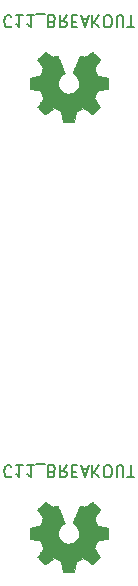
<source format=gbr>
G04 #@! TF.GenerationSoftware,KiCad,Pcbnew,5.1.5+dfsg1-2build2*
G04 #@! TF.CreationDate,2021-02-19T18:32:34-05:00*
G04 #@! TF.ProjectId,,58585858-5858-4585-9858-585858585858,rev?*
G04 #@! TF.SameCoordinates,Original*
G04 #@! TF.FileFunction,Legend,Bot*
G04 #@! TF.FilePolarity,Positive*
%FSLAX46Y46*%
G04 Gerber Fmt 4.6, Leading zero omitted, Abs format (unit mm)*
G04 Created by KiCad (PCBNEW 5.1.5+dfsg1-2build2) date 2021-02-19 18:32:34*
%MOMM*%
%LPD*%
G04 APERTURE LIST*
%ADD10C,0.150000*%
%ADD11C,0.010000*%
G04 APERTURE END LIST*
D10*
X110152466Y-106830857D02*
X110104847Y-106783238D01*
X109961990Y-106735619D01*
X109866752Y-106735619D01*
X109723895Y-106783238D01*
X109628657Y-106878476D01*
X109581038Y-106973714D01*
X109533419Y-107164190D01*
X109533419Y-107307047D01*
X109581038Y-107497523D01*
X109628657Y-107592761D01*
X109723895Y-107688000D01*
X109866752Y-107735619D01*
X109961990Y-107735619D01*
X110104847Y-107688000D01*
X110152466Y-107640380D01*
X111104847Y-106735619D02*
X110533419Y-106735619D01*
X110819133Y-106735619D02*
X110819133Y-107735619D01*
X110723895Y-107592761D01*
X110628657Y-107497523D01*
X110533419Y-107449904D01*
X112057228Y-106735619D02*
X111485800Y-106735619D01*
X111771514Y-106735619D02*
X111771514Y-107735619D01*
X111676276Y-107592761D01*
X111581038Y-107497523D01*
X111485800Y-107449904D01*
X112247704Y-106640380D02*
X113009609Y-106640380D01*
X113581038Y-107259428D02*
X113723895Y-107211809D01*
X113771514Y-107164190D01*
X113819133Y-107068952D01*
X113819133Y-106926095D01*
X113771514Y-106830857D01*
X113723895Y-106783238D01*
X113628657Y-106735619D01*
X113247704Y-106735619D01*
X113247704Y-107735619D01*
X113581038Y-107735619D01*
X113676276Y-107688000D01*
X113723895Y-107640380D01*
X113771514Y-107545142D01*
X113771514Y-107449904D01*
X113723895Y-107354666D01*
X113676276Y-107307047D01*
X113581038Y-107259428D01*
X113247704Y-107259428D01*
X114819133Y-106735619D02*
X114485800Y-107211809D01*
X114247704Y-106735619D02*
X114247704Y-107735619D01*
X114628657Y-107735619D01*
X114723895Y-107688000D01*
X114771514Y-107640380D01*
X114819133Y-107545142D01*
X114819133Y-107402285D01*
X114771514Y-107307047D01*
X114723895Y-107259428D01*
X114628657Y-107211809D01*
X114247704Y-107211809D01*
X115247704Y-107259428D02*
X115581038Y-107259428D01*
X115723895Y-106735619D02*
X115247704Y-106735619D01*
X115247704Y-107735619D01*
X115723895Y-107735619D01*
X116104847Y-107021333D02*
X116581038Y-107021333D01*
X116009609Y-106735619D02*
X116342942Y-107735619D01*
X116676276Y-106735619D01*
X117009609Y-106735619D02*
X117009609Y-107735619D01*
X117581038Y-106735619D02*
X117152466Y-107307047D01*
X117581038Y-107735619D02*
X117009609Y-107164190D01*
X118200085Y-107735619D02*
X118390561Y-107735619D01*
X118485800Y-107688000D01*
X118581038Y-107592761D01*
X118628657Y-107402285D01*
X118628657Y-107068952D01*
X118581038Y-106878476D01*
X118485800Y-106783238D01*
X118390561Y-106735619D01*
X118200085Y-106735619D01*
X118104847Y-106783238D01*
X118009609Y-106878476D01*
X117961990Y-107068952D01*
X117961990Y-107402285D01*
X118009609Y-107592761D01*
X118104847Y-107688000D01*
X118200085Y-107735619D01*
X119057228Y-107735619D02*
X119057228Y-106926095D01*
X119104847Y-106830857D01*
X119152466Y-106783238D01*
X119247704Y-106735619D01*
X119438180Y-106735619D01*
X119533419Y-106783238D01*
X119581038Y-106830857D01*
X119628657Y-106926095D01*
X119628657Y-107735619D01*
X119961990Y-107735619D02*
X120533419Y-107735619D01*
X120247704Y-106735619D02*
X120247704Y-107735619D01*
X110152466Y-68730857D02*
X110104847Y-68683238D01*
X109961990Y-68635619D01*
X109866752Y-68635619D01*
X109723895Y-68683238D01*
X109628657Y-68778476D01*
X109581038Y-68873714D01*
X109533419Y-69064190D01*
X109533419Y-69207047D01*
X109581038Y-69397523D01*
X109628657Y-69492761D01*
X109723895Y-69588000D01*
X109866752Y-69635619D01*
X109961990Y-69635619D01*
X110104847Y-69588000D01*
X110152466Y-69540380D01*
X111104847Y-68635619D02*
X110533419Y-68635619D01*
X110819133Y-68635619D02*
X110819133Y-69635619D01*
X110723895Y-69492761D01*
X110628657Y-69397523D01*
X110533419Y-69349904D01*
X112057228Y-68635619D02*
X111485800Y-68635619D01*
X111771514Y-68635619D02*
X111771514Y-69635619D01*
X111676276Y-69492761D01*
X111581038Y-69397523D01*
X111485800Y-69349904D01*
X112247704Y-68540380D02*
X113009609Y-68540380D01*
X113581038Y-69159428D02*
X113723895Y-69111809D01*
X113771514Y-69064190D01*
X113819133Y-68968952D01*
X113819133Y-68826095D01*
X113771514Y-68730857D01*
X113723895Y-68683238D01*
X113628657Y-68635619D01*
X113247704Y-68635619D01*
X113247704Y-69635619D01*
X113581038Y-69635619D01*
X113676276Y-69588000D01*
X113723895Y-69540380D01*
X113771514Y-69445142D01*
X113771514Y-69349904D01*
X113723895Y-69254666D01*
X113676276Y-69207047D01*
X113581038Y-69159428D01*
X113247704Y-69159428D01*
X114819133Y-68635619D02*
X114485800Y-69111809D01*
X114247704Y-68635619D02*
X114247704Y-69635619D01*
X114628657Y-69635619D01*
X114723895Y-69588000D01*
X114771514Y-69540380D01*
X114819133Y-69445142D01*
X114819133Y-69302285D01*
X114771514Y-69207047D01*
X114723895Y-69159428D01*
X114628657Y-69111809D01*
X114247704Y-69111809D01*
X115247704Y-69159428D02*
X115581038Y-69159428D01*
X115723895Y-68635619D02*
X115247704Y-68635619D01*
X115247704Y-69635619D01*
X115723895Y-69635619D01*
X116104847Y-68921333D02*
X116581038Y-68921333D01*
X116009609Y-68635619D02*
X116342942Y-69635619D01*
X116676276Y-68635619D01*
X117009609Y-68635619D02*
X117009609Y-69635619D01*
X117581038Y-68635619D02*
X117152466Y-69207047D01*
X117581038Y-69635619D02*
X117009609Y-69064190D01*
X118200085Y-69635619D02*
X118390561Y-69635619D01*
X118485800Y-69588000D01*
X118581038Y-69492761D01*
X118628657Y-69302285D01*
X118628657Y-68968952D01*
X118581038Y-68778476D01*
X118485800Y-68683238D01*
X118390561Y-68635619D01*
X118200085Y-68635619D01*
X118104847Y-68683238D01*
X118009609Y-68778476D01*
X117961990Y-68968952D01*
X117961990Y-69302285D01*
X118009609Y-69492761D01*
X118104847Y-69588000D01*
X118200085Y-69635619D01*
X119057228Y-69635619D02*
X119057228Y-68826095D01*
X119104847Y-68730857D01*
X119152466Y-68683238D01*
X119247704Y-68635619D01*
X119438180Y-68635619D01*
X119533419Y-68683238D01*
X119581038Y-68730857D01*
X119628657Y-68826095D01*
X119628657Y-69635619D01*
X119961990Y-69635619D02*
X120533419Y-69635619D01*
X120247704Y-68635619D02*
X120247704Y-69635619D01*
D11*
G36*
X115541614Y-115307069D02*
G01*
X115625435Y-114862445D01*
X115934720Y-114734947D01*
X116244006Y-114607449D01*
X116615046Y-114859754D01*
X116718957Y-114930004D01*
X116812887Y-114992728D01*
X116892452Y-115045062D01*
X116953270Y-115084143D01*
X116990957Y-115107107D01*
X117001221Y-115112058D01*
X117019710Y-115099324D01*
X117059220Y-115064118D01*
X117115322Y-115010938D01*
X117183587Y-114944282D01*
X117259586Y-114868646D01*
X117338892Y-114788528D01*
X117417075Y-114708426D01*
X117489707Y-114632836D01*
X117552359Y-114566255D01*
X117600603Y-114513182D01*
X117630010Y-114478113D01*
X117637041Y-114466377D01*
X117626923Y-114444740D01*
X117598559Y-114397338D01*
X117554929Y-114328807D01*
X117499018Y-114243785D01*
X117433806Y-114146907D01*
X117396019Y-114091650D01*
X117327143Y-113990752D01*
X117265940Y-113899701D01*
X117215378Y-113823030D01*
X117178428Y-113765272D01*
X117158058Y-113730957D01*
X117154997Y-113723746D01*
X117161936Y-113703252D01*
X117180851Y-113655487D01*
X117208887Y-113587168D01*
X117243191Y-113505011D01*
X117280909Y-113415730D01*
X117319187Y-113326042D01*
X117355170Y-113242662D01*
X117386006Y-113172306D01*
X117408839Y-113121690D01*
X117420817Y-113097529D01*
X117421524Y-113096578D01*
X117440331Y-113091964D01*
X117490418Y-113081672D01*
X117566593Y-113066713D01*
X117663665Y-113048099D01*
X117776443Y-113026841D01*
X117842242Y-113014582D01*
X117962750Y-112991638D01*
X118071597Y-112969805D01*
X118163276Y-112950278D01*
X118232281Y-112934252D01*
X118273104Y-112922921D01*
X118281311Y-112919326D01*
X118289348Y-112894994D01*
X118295833Y-112840041D01*
X118300770Y-112760892D01*
X118304164Y-112663974D01*
X118306018Y-112555713D01*
X118306338Y-112442535D01*
X118305127Y-112330865D01*
X118302390Y-112227132D01*
X118298131Y-112137759D01*
X118292355Y-112069174D01*
X118285067Y-112027803D01*
X118280695Y-112019190D01*
X118254564Y-112008867D01*
X118199193Y-111994108D01*
X118121907Y-111976648D01*
X118030030Y-111958220D01*
X117997958Y-111952259D01*
X117843324Y-111923934D01*
X117721175Y-111901124D01*
X117627473Y-111882920D01*
X117558184Y-111868417D01*
X117509271Y-111856708D01*
X117476697Y-111846885D01*
X117456428Y-111838044D01*
X117444426Y-111829276D01*
X117442747Y-111827543D01*
X117425984Y-111799629D01*
X117400414Y-111745305D01*
X117368588Y-111671223D01*
X117333060Y-111584035D01*
X117296383Y-111490392D01*
X117261111Y-111396948D01*
X117229796Y-111310353D01*
X117204993Y-111237260D01*
X117189254Y-111184322D01*
X117185132Y-111158189D01*
X117185476Y-111157274D01*
X117199441Y-111135914D01*
X117231122Y-111088916D01*
X117277191Y-111021173D01*
X117334318Y-110937577D01*
X117399173Y-110843018D01*
X117417643Y-110816146D01*
X117483499Y-110718725D01*
X117541450Y-110629837D01*
X117588338Y-110554588D01*
X117621007Y-110498080D01*
X117636300Y-110465419D01*
X117637041Y-110461407D01*
X117624192Y-110440316D01*
X117588688Y-110398536D01*
X117535093Y-110340555D01*
X117467971Y-110270865D01*
X117391887Y-110193955D01*
X117311404Y-110114317D01*
X117231087Y-110036439D01*
X117155499Y-109964814D01*
X117089205Y-109903930D01*
X117036769Y-109858279D01*
X117002755Y-109832350D01*
X116993345Y-109828117D01*
X116971443Y-109838088D01*
X116926600Y-109864980D01*
X116866121Y-109904264D01*
X116819589Y-109935883D01*
X116735275Y-109993902D01*
X116635426Y-110062216D01*
X116535273Y-110130421D01*
X116481427Y-110166925D01*
X116299171Y-110290200D01*
X116146181Y-110207480D01*
X116076482Y-110171241D01*
X116017214Y-110143074D01*
X115977111Y-110127009D01*
X115966903Y-110124774D01*
X115954629Y-110141278D01*
X115930413Y-110187918D01*
X115896063Y-110260391D01*
X115853388Y-110354394D01*
X115804194Y-110465626D01*
X115750290Y-110589785D01*
X115693484Y-110722568D01*
X115635582Y-110859673D01*
X115578393Y-110996798D01*
X115523724Y-111129642D01*
X115473384Y-111253902D01*
X115429180Y-111365275D01*
X115392919Y-111459461D01*
X115366409Y-111532156D01*
X115351458Y-111579059D01*
X115349054Y-111595167D01*
X115368111Y-111615714D01*
X115409836Y-111649067D01*
X115465506Y-111688298D01*
X115470178Y-111691401D01*
X115614064Y-111806577D01*
X115730083Y-111940947D01*
X115817230Y-112090216D01*
X115874499Y-112250087D01*
X115900886Y-112416263D01*
X115895385Y-112584448D01*
X115856990Y-112750345D01*
X115784695Y-112909658D01*
X115763426Y-112944513D01*
X115652796Y-113085263D01*
X115522102Y-113198286D01*
X115375864Y-113282997D01*
X115218608Y-113338806D01*
X115054857Y-113365126D01*
X114889133Y-113361370D01*
X114725962Y-113326950D01*
X114569865Y-113261277D01*
X114425367Y-113163765D01*
X114380669Y-113124187D01*
X114266912Y-113000297D01*
X114184018Y-112869876D01*
X114127156Y-112723685D01*
X114095487Y-112578912D01*
X114087669Y-112416140D01*
X114113738Y-112252560D01*
X114171045Y-112093702D01*
X114256944Y-111945094D01*
X114368786Y-111812265D01*
X114503923Y-111700744D01*
X114521683Y-111688989D01*
X114577950Y-111650492D01*
X114620723Y-111617137D01*
X114641172Y-111595840D01*
X114641469Y-111595167D01*
X114637079Y-111572129D01*
X114619676Y-111519843D01*
X114591068Y-111442610D01*
X114553065Y-111344732D01*
X114507474Y-111230509D01*
X114456103Y-111104242D01*
X114400762Y-110970233D01*
X114343258Y-110832782D01*
X114285401Y-110696192D01*
X114228998Y-110564763D01*
X114175858Y-110442795D01*
X114127790Y-110334591D01*
X114086601Y-110244451D01*
X114054101Y-110176677D01*
X114032097Y-110135570D01*
X114023236Y-110124774D01*
X113996160Y-110133181D01*
X113945497Y-110155728D01*
X113879983Y-110188387D01*
X113843959Y-110207480D01*
X113690968Y-110290200D01*
X113508712Y-110166925D01*
X113415675Y-110103772D01*
X113313815Y-110034273D01*
X113218362Y-109968835D01*
X113170550Y-109935883D01*
X113103305Y-109890727D01*
X113046364Y-109854943D01*
X113007154Y-109833062D01*
X112994419Y-109828437D01*
X112975883Y-109840915D01*
X112934859Y-109875748D01*
X112875325Y-109929322D01*
X112801258Y-109998017D01*
X112716635Y-110078219D01*
X112663115Y-110129714D01*
X112569481Y-110221714D01*
X112488559Y-110304001D01*
X112423623Y-110373055D01*
X112377942Y-110425356D01*
X112354789Y-110457384D01*
X112352568Y-110463884D01*
X112362876Y-110488606D01*
X112391361Y-110538595D01*
X112434863Y-110608788D01*
X112490223Y-110694125D01*
X112554280Y-110789544D01*
X112572497Y-110816146D01*
X112638873Y-110912833D01*
X112698422Y-110999883D01*
X112747816Y-111072405D01*
X112783725Y-111125507D01*
X112802819Y-111154297D01*
X112804664Y-111157274D01*
X112801905Y-111180218D01*
X112787262Y-111230664D01*
X112763287Y-111301959D01*
X112732534Y-111387453D01*
X112697556Y-111480493D01*
X112660907Y-111574426D01*
X112625139Y-111662601D01*
X112592806Y-111738366D01*
X112566462Y-111795069D01*
X112548658Y-111826057D01*
X112547393Y-111827543D01*
X112536506Y-111836399D01*
X112518118Y-111845157D01*
X112488194Y-111854723D01*
X112442697Y-111866004D01*
X112377591Y-111879907D01*
X112288839Y-111897337D01*
X112172407Y-111919202D01*
X112024258Y-111946409D01*
X111992182Y-111952259D01*
X111897114Y-111970626D01*
X111814235Y-111988595D01*
X111750870Y-112004431D01*
X111714342Y-112016400D01*
X111709444Y-112019190D01*
X111701373Y-112043928D01*
X111694813Y-112099210D01*
X111689767Y-112178611D01*
X111686241Y-112275704D01*
X111684239Y-112384062D01*
X111683764Y-112497260D01*
X111684823Y-112608872D01*
X111687418Y-112712471D01*
X111691554Y-112801632D01*
X111697237Y-112869928D01*
X111704469Y-112910934D01*
X111708829Y-112919326D01*
X111733102Y-112927792D01*
X111788374Y-112941565D01*
X111869138Y-112959450D01*
X111969888Y-112980252D01*
X112085117Y-113002777D01*
X112147898Y-113014582D01*
X112267013Y-113036849D01*
X112373235Y-113057021D01*
X112461373Y-113074085D01*
X112526234Y-113087031D01*
X112562626Y-113094845D01*
X112568616Y-113096578D01*
X112578739Y-113116110D01*
X112600138Y-113163157D01*
X112629961Y-113230997D01*
X112665355Y-113312909D01*
X112703468Y-113402172D01*
X112741447Y-113492065D01*
X112776440Y-113575865D01*
X112805594Y-113646853D01*
X112826057Y-113698306D01*
X112834977Y-113723503D01*
X112835143Y-113724604D01*
X112825031Y-113744481D01*
X112796683Y-113790223D01*
X112753077Y-113857283D01*
X112697194Y-113941116D01*
X112632013Y-114037174D01*
X112594121Y-114092350D01*
X112525075Y-114193519D01*
X112463750Y-114285370D01*
X112413137Y-114363256D01*
X112376229Y-114422531D01*
X112356018Y-114458549D01*
X112353099Y-114466623D01*
X112365647Y-114485416D01*
X112400337Y-114525543D01*
X112452737Y-114582507D01*
X112518416Y-114651815D01*
X112592944Y-114728969D01*
X112671887Y-114809475D01*
X112750817Y-114888837D01*
X112825300Y-114962560D01*
X112890906Y-115026148D01*
X112943204Y-115075106D01*
X112977761Y-115104939D01*
X112989322Y-115112058D01*
X113008146Y-115102047D01*
X113053169Y-115073922D01*
X113120013Y-115030546D01*
X113204301Y-114974782D01*
X113301656Y-114909494D01*
X113375093Y-114859754D01*
X113746133Y-114607449D01*
X114364705Y-114862445D01*
X114448525Y-115307069D01*
X114532346Y-115751693D01*
X115457794Y-115751693D01*
X115541614Y-115307069D01*
G37*
X115541614Y-115307069D02*
X115625435Y-114862445D01*
X115934720Y-114734947D01*
X116244006Y-114607449D01*
X116615046Y-114859754D01*
X116718957Y-114930004D01*
X116812887Y-114992728D01*
X116892452Y-115045062D01*
X116953270Y-115084143D01*
X116990957Y-115107107D01*
X117001221Y-115112058D01*
X117019710Y-115099324D01*
X117059220Y-115064118D01*
X117115322Y-115010938D01*
X117183587Y-114944282D01*
X117259586Y-114868646D01*
X117338892Y-114788528D01*
X117417075Y-114708426D01*
X117489707Y-114632836D01*
X117552359Y-114566255D01*
X117600603Y-114513182D01*
X117630010Y-114478113D01*
X117637041Y-114466377D01*
X117626923Y-114444740D01*
X117598559Y-114397338D01*
X117554929Y-114328807D01*
X117499018Y-114243785D01*
X117433806Y-114146907D01*
X117396019Y-114091650D01*
X117327143Y-113990752D01*
X117265940Y-113899701D01*
X117215378Y-113823030D01*
X117178428Y-113765272D01*
X117158058Y-113730957D01*
X117154997Y-113723746D01*
X117161936Y-113703252D01*
X117180851Y-113655487D01*
X117208887Y-113587168D01*
X117243191Y-113505011D01*
X117280909Y-113415730D01*
X117319187Y-113326042D01*
X117355170Y-113242662D01*
X117386006Y-113172306D01*
X117408839Y-113121690D01*
X117420817Y-113097529D01*
X117421524Y-113096578D01*
X117440331Y-113091964D01*
X117490418Y-113081672D01*
X117566593Y-113066713D01*
X117663665Y-113048099D01*
X117776443Y-113026841D01*
X117842242Y-113014582D01*
X117962750Y-112991638D01*
X118071597Y-112969805D01*
X118163276Y-112950278D01*
X118232281Y-112934252D01*
X118273104Y-112922921D01*
X118281311Y-112919326D01*
X118289348Y-112894994D01*
X118295833Y-112840041D01*
X118300770Y-112760892D01*
X118304164Y-112663974D01*
X118306018Y-112555713D01*
X118306338Y-112442535D01*
X118305127Y-112330865D01*
X118302390Y-112227132D01*
X118298131Y-112137759D01*
X118292355Y-112069174D01*
X118285067Y-112027803D01*
X118280695Y-112019190D01*
X118254564Y-112008867D01*
X118199193Y-111994108D01*
X118121907Y-111976648D01*
X118030030Y-111958220D01*
X117997958Y-111952259D01*
X117843324Y-111923934D01*
X117721175Y-111901124D01*
X117627473Y-111882920D01*
X117558184Y-111868417D01*
X117509271Y-111856708D01*
X117476697Y-111846885D01*
X117456428Y-111838044D01*
X117444426Y-111829276D01*
X117442747Y-111827543D01*
X117425984Y-111799629D01*
X117400414Y-111745305D01*
X117368588Y-111671223D01*
X117333060Y-111584035D01*
X117296383Y-111490392D01*
X117261111Y-111396948D01*
X117229796Y-111310353D01*
X117204993Y-111237260D01*
X117189254Y-111184322D01*
X117185132Y-111158189D01*
X117185476Y-111157274D01*
X117199441Y-111135914D01*
X117231122Y-111088916D01*
X117277191Y-111021173D01*
X117334318Y-110937577D01*
X117399173Y-110843018D01*
X117417643Y-110816146D01*
X117483499Y-110718725D01*
X117541450Y-110629837D01*
X117588338Y-110554588D01*
X117621007Y-110498080D01*
X117636300Y-110465419D01*
X117637041Y-110461407D01*
X117624192Y-110440316D01*
X117588688Y-110398536D01*
X117535093Y-110340555D01*
X117467971Y-110270865D01*
X117391887Y-110193955D01*
X117311404Y-110114317D01*
X117231087Y-110036439D01*
X117155499Y-109964814D01*
X117089205Y-109903930D01*
X117036769Y-109858279D01*
X117002755Y-109832350D01*
X116993345Y-109828117D01*
X116971443Y-109838088D01*
X116926600Y-109864980D01*
X116866121Y-109904264D01*
X116819589Y-109935883D01*
X116735275Y-109993902D01*
X116635426Y-110062216D01*
X116535273Y-110130421D01*
X116481427Y-110166925D01*
X116299171Y-110290200D01*
X116146181Y-110207480D01*
X116076482Y-110171241D01*
X116017214Y-110143074D01*
X115977111Y-110127009D01*
X115966903Y-110124774D01*
X115954629Y-110141278D01*
X115930413Y-110187918D01*
X115896063Y-110260391D01*
X115853388Y-110354394D01*
X115804194Y-110465626D01*
X115750290Y-110589785D01*
X115693484Y-110722568D01*
X115635582Y-110859673D01*
X115578393Y-110996798D01*
X115523724Y-111129642D01*
X115473384Y-111253902D01*
X115429180Y-111365275D01*
X115392919Y-111459461D01*
X115366409Y-111532156D01*
X115351458Y-111579059D01*
X115349054Y-111595167D01*
X115368111Y-111615714D01*
X115409836Y-111649067D01*
X115465506Y-111688298D01*
X115470178Y-111691401D01*
X115614064Y-111806577D01*
X115730083Y-111940947D01*
X115817230Y-112090216D01*
X115874499Y-112250087D01*
X115900886Y-112416263D01*
X115895385Y-112584448D01*
X115856990Y-112750345D01*
X115784695Y-112909658D01*
X115763426Y-112944513D01*
X115652796Y-113085263D01*
X115522102Y-113198286D01*
X115375864Y-113282997D01*
X115218608Y-113338806D01*
X115054857Y-113365126D01*
X114889133Y-113361370D01*
X114725962Y-113326950D01*
X114569865Y-113261277D01*
X114425367Y-113163765D01*
X114380669Y-113124187D01*
X114266912Y-113000297D01*
X114184018Y-112869876D01*
X114127156Y-112723685D01*
X114095487Y-112578912D01*
X114087669Y-112416140D01*
X114113738Y-112252560D01*
X114171045Y-112093702D01*
X114256944Y-111945094D01*
X114368786Y-111812265D01*
X114503923Y-111700744D01*
X114521683Y-111688989D01*
X114577950Y-111650492D01*
X114620723Y-111617137D01*
X114641172Y-111595840D01*
X114641469Y-111595167D01*
X114637079Y-111572129D01*
X114619676Y-111519843D01*
X114591068Y-111442610D01*
X114553065Y-111344732D01*
X114507474Y-111230509D01*
X114456103Y-111104242D01*
X114400762Y-110970233D01*
X114343258Y-110832782D01*
X114285401Y-110696192D01*
X114228998Y-110564763D01*
X114175858Y-110442795D01*
X114127790Y-110334591D01*
X114086601Y-110244451D01*
X114054101Y-110176677D01*
X114032097Y-110135570D01*
X114023236Y-110124774D01*
X113996160Y-110133181D01*
X113945497Y-110155728D01*
X113879983Y-110188387D01*
X113843959Y-110207480D01*
X113690968Y-110290200D01*
X113508712Y-110166925D01*
X113415675Y-110103772D01*
X113313815Y-110034273D01*
X113218362Y-109968835D01*
X113170550Y-109935883D01*
X113103305Y-109890727D01*
X113046364Y-109854943D01*
X113007154Y-109833062D01*
X112994419Y-109828437D01*
X112975883Y-109840915D01*
X112934859Y-109875748D01*
X112875325Y-109929322D01*
X112801258Y-109998017D01*
X112716635Y-110078219D01*
X112663115Y-110129714D01*
X112569481Y-110221714D01*
X112488559Y-110304001D01*
X112423623Y-110373055D01*
X112377942Y-110425356D01*
X112354789Y-110457384D01*
X112352568Y-110463884D01*
X112362876Y-110488606D01*
X112391361Y-110538595D01*
X112434863Y-110608788D01*
X112490223Y-110694125D01*
X112554280Y-110789544D01*
X112572497Y-110816146D01*
X112638873Y-110912833D01*
X112698422Y-110999883D01*
X112747816Y-111072405D01*
X112783725Y-111125507D01*
X112802819Y-111154297D01*
X112804664Y-111157274D01*
X112801905Y-111180218D01*
X112787262Y-111230664D01*
X112763287Y-111301959D01*
X112732534Y-111387453D01*
X112697556Y-111480493D01*
X112660907Y-111574426D01*
X112625139Y-111662601D01*
X112592806Y-111738366D01*
X112566462Y-111795069D01*
X112548658Y-111826057D01*
X112547393Y-111827543D01*
X112536506Y-111836399D01*
X112518118Y-111845157D01*
X112488194Y-111854723D01*
X112442697Y-111866004D01*
X112377591Y-111879907D01*
X112288839Y-111897337D01*
X112172407Y-111919202D01*
X112024258Y-111946409D01*
X111992182Y-111952259D01*
X111897114Y-111970626D01*
X111814235Y-111988595D01*
X111750870Y-112004431D01*
X111714342Y-112016400D01*
X111709444Y-112019190D01*
X111701373Y-112043928D01*
X111694813Y-112099210D01*
X111689767Y-112178611D01*
X111686241Y-112275704D01*
X111684239Y-112384062D01*
X111683764Y-112497260D01*
X111684823Y-112608872D01*
X111687418Y-112712471D01*
X111691554Y-112801632D01*
X111697237Y-112869928D01*
X111704469Y-112910934D01*
X111708829Y-112919326D01*
X111733102Y-112927792D01*
X111788374Y-112941565D01*
X111869138Y-112959450D01*
X111969888Y-112980252D01*
X112085117Y-113002777D01*
X112147898Y-113014582D01*
X112267013Y-113036849D01*
X112373235Y-113057021D01*
X112461373Y-113074085D01*
X112526234Y-113087031D01*
X112562626Y-113094845D01*
X112568616Y-113096578D01*
X112578739Y-113116110D01*
X112600138Y-113163157D01*
X112629961Y-113230997D01*
X112665355Y-113312909D01*
X112703468Y-113402172D01*
X112741447Y-113492065D01*
X112776440Y-113575865D01*
X112805594Y-113646853D01*
X112826057Y-113698306D01*
X112834977Y-113723503D01*
X112835143Y-113724604D01*
X112825031Y-113744481D01*
X112796683Y-113790223D01*
X112753077Y-113857283D01*
X112697194Y-113941116D01*
X112632013Y-114037174D01*
X112594121Y-114092350D01*
X112525075Y-114193519D01*
X112463750Y-114285370D01*
X112413137Y-114363256D01*
X112376229Y-114422531D01*
X112356018Y-114458549D01*
X112353099Y-114466623D01*
X112365647Y-114485416D01*
X112400337Y-114525543D01*
X112452737Y-114582507D01*
X112518416Y-114651815D01*
X112592944Y-114728969D01*
X112671887Y-114809475D01*
X112750817Y-114888837D01*
X112825300Y-114962560D01*
X112890906Y-115026148D01*
X112943204Y-115075106D01*
X112977761Y-115104939D01*
X112989322Y-115112058D01*
X113008146Y-115102047D01*
X113053169Y-115073922D01*
X113120013Y-115030546D01*
X113204301Y-114974782D01*
X113301656Y-114909494D01*
X113375093Y-114859754D01*
X113746133Y-114607449D01*
X114364705Y-114862445D01*
X114448525Y-115307069D01*
X114532346Y-115751693D01*
X115457794Y-115751693D01*
X115541614Y-115307069D01*
G36*
X115541614Y-77207069D02*
G01*
X115625435Y-76762445D01*
X115934720Y-76634947D01*
X116244006Y-76507449D01*
X116615046Y-76759754D01*
X116718957Y-76830004D01*
X116812887Y-76892728D01*
X116892452Y-76945062D01*
X116953270Y-76984143D01*
X116990957Y-77007107D01*
X117001221Y-77012058D01*
X117019710Y-76999324D01*
X117059220Y-76964118D01*
X117115322Y-76910938D01*
X117183587Y-76844282D01*
X117259586Y-76768646D01*
X117338892Y-76688528D01*
X117417075Y-76608426D01*
X117489707Y-76532836D01*
X117552359Y-76466255D01*
X117600603Y-76413182D01*
X117630010Y-76378113D01*
X117637041Y-76366377D01*
X117626923Y-76344740D01*
X117598559Y-76297338D01*
X117554929Y-76228807D01*
X117499018Y-76143785D01*
X117433806Y-76046907D01*
X117396019Y-75991650D01*
X117327143Y-75890752D01*
X117265940Y-75799701D01*
X117215378Y-75723030D01*
X117178428Y-75665272D01*
X117158058Y-75630957D01*
X117154997Y-75623746D01*
X117161936Y-75603252D01*
X117180851Y-75555487D01*
X117208887Y-75487168D01*
X117243191Y-75405011D01*
X117280909Y-75315730D01*
X117319187Y-75226042D01*
X117355170Y-75142662D01*
X117386006Y-75072306D01*
X117408839Y-75021690D01*
X117420817Y-74997529D01*
X117421524Y-74996578D01*
X117440331Y-74991964D01*
X117490418Y-74981672D01*
X117566593Y-74966713D01*
X117663665Y-74948099D01*
X117776443Y-74926841D01*
X117842242Y-74914582D01*
X117962750Y-74891638D01*
X118071597Y-74869805D01*
X118163276Y-74850278D01*
X118232281Y-74834252D01*
X118273104Y-74822921D01*
X118281311Y-74819326D01*
X118289348Y-74794994D01*
X118295833Y-74740041D01*
X118300770Y-74660892D01*
X118304164Y-74563974D01*
X118306018Y-74455713D01*
X118306338Y-74342535D01*
X118305127Y-74230865D01*
X118302390Y-74127132D01*
X118298131Y-74037759D01*
X118292355Y-73969174D01*
X118285067Y-73927803D01*
X118280695Y-73919190D01*
X118254564Y-73908867D01*
X118199193Y-73894108D01*
X118121907Y-73876648D01*
X118030030Y-73858220D01*
X117997958Y-73852259D01*
X117843324Y-73823934D01*
X117721175Y-73801124D01*
X117627473Y-73782920D01*
X117558184Y-73768417D01*
X117509271Y-73756708D01*
X117476697Y-73746885D01*
X117456428Y-73738044D01*
X117444426Y-73729276D01*
X117442747Y-73727543D01*
X117425984Y-73699629D01*
X117400414Y-73645305D01*
X117368588Y-73571223D01*
X117333060Y-73484035D01*
X117296383Y-73390392D01*
X117261111Y-73296948D01*
X117229796Y-73210353D01*
X117204993Y-73137260D01*
X117189254Y-73084322D01*
X117185132Y-73058189D01*
X117185476Y-73057274D01*
X117199441Y-73035914D01*
X117231122Y-72988916D01*
X117277191Y-72921173D01*
X117334318Y-72837577D01*
X117399173Y-72743018D01*
X117417643Y-72716146D01*
X117483499Y-72618725D01*
X117541450Y-72529837D01*
X117588338Y-72454588D01*
X117621007Y-72398080D01*
X117636300Y-72365419D01*
X117637041Y-72361407D01*
X117624192Y-72340316D01*
X117588688Y-72298536D01*
X117535093Y-72240555D01*
X117467971Y-72170865D01*
X117391887Y-72093955D01*
X117311404Y-72014317D01*
X117231087Y-71936439D01*
X117155499Y-71864814D01*
X117089205Y-71803930D01*
X117036769Y-71758279D01*
X117002755Y-71732350D01*
X116993345Y-71728117D01*
X116971443Y-71738088D01*
X116926600Y-71764980D01*
X116866121Y-71804264D01*
X116819589Y-71835883D01*
X116735275Y-71893902D01*
X116635426Y-71962216D01*
X116535273Y-72030421D01*
X116481427Y-72066925D01*
X116299171Y-72190200D01*
X116146181Y-72107480D01*
X116076482Y-72071241D01*
X116017214Y-72043074D01*
X115977111Y-72027009D01*
X115966903Y-72024774D01*
X115954629Y-72041278D01*
X115930413Y-72087918D01*
X115896063Y-72160391D01*
X115853388Y-72254394D01*
X115804194Y-72365626D01*
X115750290Y-72489785D01*
X115693484Y-72622568D01*
X115635582Y-72759673D01*
X115578393Y-72896798D01*
X115523724Y-73029642D01*
X115473384Y-73153902D01*
X115429180Y-73265275D01*
X115392919Y-73359461D01*
X115366409Y-73432156D01*
X115351458Y-73479059D01*
X115349054Y-73495167D01*
X115368111Y-73515714D01*
X115409836Y-73549067D01*
X115465506Y-73588298D01*
X115470178Y-73591401D01*
X115614064Y-73706577D01*
X115730083Y-73840947D01*
X115817230Y-73990216D01*
X115874499Y-74150087D01*
X115900886Y-74316263D01*
X115895385Y-74484448D01*
X115856990Y-74650345D01*
X115784695Y-74809658D01*
X115763426Y-74844513D01*
X115652796Y-74985263D01*
X115522102Y-75098286D01*
X115375864Y-75182997D01*
X115218608Y-75238806D01*
X115054857Y-75265126D01*
X114889133Y-75261370D01*
X114725962Y-75226950D01*
X114569865Y-75161277D01*
X114425367Y-75063765D01*
X114380669Y-75024187D01*
X114266912Y-74900297D01*
X114184018Y-74769876D01*
X114127156Y-74623685D01*
X114095487Y-74478912D01*
X114087669Y-74316140D01*
X114113738Y-74152560D01*
X114171045Y-73993702D01*
X114256944Y-73845094D01*
X114368786Y-73712265D01*
X114503923Y-73600744D01*
X114521683Y-73588989D01*
X114577950Y-73550492D01*
X114620723Y-73517137D01*
X114641172Y-73495840D01*
X114641469Y-73495167D01*
X114637079Y-73472129D01*
X114619676Y-73419843D01*
X114591068Y-73342610D01*
X114553065Y-73244732D01*
X114507474Y-73130509D01*
X114456103Y-73004242D01*
X114400762Y-72870233D01*
X114343258Y-72732782D01*
X114285401Y-72596192D01*
X114228998Y-72464763D01*
X114175858Y-72342795D01*
X114127790Y-72234591D01*
X114086601Y-72144451D01*
X114054101Y-72076677D01*
X114032097Y-72035570D01*
X114023236Y-72024774D01*
X113996160Y-72033181D01*
X113945497Y-72055728D01*
X113879983Y-72088387D01*
X113843959Y-72107480D01*
X113690968Y-72190200D01*
X113508712Y-72066925D01*
X113415675Y-72003772D01*
X113313815Y-71934273D01*
X113218362Y-71868835D01*
X113170550Y-71835883D01*
X113103305Y-71790727D01*
X113046364Y-71754943D01*
X113007154Y-71733062D01*
X112994419Y-71728437D01*
X112975883Y-71740915D01*
X112934859Y-71775748D01*
X112875325Y-71829322D01*
X112801258Y-71898017D01*
X112716635Y-71978219D01*
X112663115Y-72029714D01*
X112569481Y-72121714D01*
X112488559Y-72204001D01*
X112423623Y-72273055D01*
X112377942Y-72325356D01*
X112354789Y-72357384D01*
X112352568Y-72363884D01*
X112362876Y-72388606D01*
X112391361Y-72438595D01*
X112434863Y-72508788D01*
X112490223Y-72594125D01*
X112554280Y-72689544D01*
X112572497Y-72716146D01*
X112638873Y-72812833D01*
X112698422Y-72899883D01*
X112747816Y-72972405D01*
X112783725Y-73025507D01*
X112802819Y-73054297D01*
X112804664Y-73057274D01*
X112801905Y-73080218D01*
X112787262Y-73130664D01*
X112763287Y-73201959D01*
X112732534Y-73287453D01*
X112697556Y-73380493D01*
X112660907Y-73474426D01*
X112625139Y-73562601D01*
X112592806Y-73638366D01*
X112566462Y-73695069D01*
X112548658Y-73726057D01*
X112547393Y-73727543D01*
X112536506Y-73736399D01*
X112518118Y-73745157D01*
X112488194Y-73754723D01*
X112442697Y-73766004D01*
X112377591Y-73779907D01*
X112288839Y-73797337D01*
X112172407Y-73819202D01*
X112024258Y-73846409D01*
X111992182Y-73852259D01*
X111897114Y-73870626D01*
X111814235Y-73888595D01*
X111750870Y-73904431D01*
X111714342Y-73916400D01*
X111709444Y-73919190D01*
X111701373Y-73943928D01*
X111694813Y-73999210D01*
X111689767Y-74078611D01*
X111686241Y-74175704D01*
X111684239Y-74284062D01*
X111683764Y-74397260D01*
X111684823Y-74508872D01*
X111687418Y-74612471D01*
X111691554Y-74701632D01*
X111697237Y-74769928D01*
X111704469Y-74810934D01*
X111708829Y-74819326D01*
X111733102Y-74827792D01*
X111788374Y-74841565D01*
X111869138Y-74859450D01*
X111969888Y-74880252D01*
X112085117Y-74902777D01*
X112147898Y-74914582D01*
X112267013Y-74936849D01*
X112373235Y-74957021D01*
X112461373Y-74974085D01*
X112526234Y-74987031D01*
X112562626Y-74994845D01*
X112568616Y-74996578D01*
X112578739Y-75016110D01*
X112600138Y-75063157D01*
X112629961Y-75130997D01*
X112665355Y-75212909D01*
X112703468Y-75302172D01*
X112741447Y-75392065D01*
X112776440Y-75475865D01*
X112805594Y-75546853D01*
X112826057Y-75598306D01*
X112834977Y-75623503D01*
X112835143Y-75624604D01*
X112825031Y-75644481D01*
X112796683Y-75690223D01*
X112753077Y-75757283D01*
X112697194Y-75841116D01*
X112632013Y-75937174D01*
X112594121Y-75992350D01*
X112525075Y-76093519D01*
X112463750Y-76185370D01*
X112413137Y-76263256D01*
X112376229Y-76322531D01*
X112356018Y-76358549D01*
X112353099Y-76366623D01*
X112365647Y-76385416D01*
X112400337Y-76425543D01*
X112452737Y-76482507D01*
X112518416Y-76551815D01*
X112592944Y-76628969D01*
X112671887Y-76709475D01*
X112750817Y-76788837D01*
X112825300Y-76862560D01*
X112890906Y-76926148D01*
X112943204Y-76975106D01*
X112977761Y-77004939D01*
X112989322Y-77012058D01*
X113008146Y-77002047D01*
X113053169Y-76973922D01*
X113120013Y-76930546D01*
X113204301Y-76874782D01*
X113301656Y-76809494D01*
X113375093Y-76759754D01*
X113746133Y-76507449D01*
X114364705Y-76762445D01*
X114448525Y-77207069D01*
X114532346Y-77651693D01*
X115457794Y-77651693D01*
X115541614Y-77207069D01*
G37*
X115541614Y-77207069D02*
X115625435Y-76762445D01*
X115934720Y-76634947D01*
X116244006Y-76507449D01*
X116615046Y-76759754D01*
X116718957Y-76830004D01*
X116812887Y-76892728D01*
X116892452Y-76945062D01*
X116953270Y-76984143D01*
X116990957Y-77007107D01*
X117001221Y-77012058D01*
X117019710Y-76999324D01*
X117059220Y-76964118D01*
X117115322Y-76910938D01*
X117183587Y-76844282D01*
X117259586Y-76768646D01*
X117338892Y-76688528D01*
X117417075Y-76608426D01*
X117489707Y-76532836D01*
X117552359Y-76466255D01*
X117600603Y-76413182D01*
X117630010Y-76378113D01*
X117637041Y-76366377D01*
X117626923Y-76344740D01*
X117598559Y-76297338D01*
X117554929Y-76228807D01*
X117499018Y-76143785D01*
X117433806Y-76046907D01*
X117396019Y-75991650D01*
X117327143Y-75890752D01*
X117265940Y-75799701D01*
X117215378Y-75723030D01*
X117178428Y-75665272D01*
X117158058Y-75630957D01*
X117154997Y-75623746D01*
X117161936Y-75603252D01*
X117180851Y-75555487D01*
X117208887Y-75487168D01*
X117243191Y-75405011D01*
X117280909Y-75315730D01*
X117319187Y-75226042D01*
X117355170Y-75142662D01*
X117386006Y-75072306D01*
X117408839Y-75021690D01*
X117420817Y-74997529D01*
X117421524Y-74996578D01*
X117440331Y-74991964D01*
X117490418Y-74981672D01*
X117566593Y-74966713D01*
X117663665Y-74948099D01*
X117776443Y-74926841D01*
X117842242Y-74914582D01*
X117962750Y-74891638D01*
X118071597Y-74869805D01*
X118163276Y-74850278D01*
X118232281Y-74834252D01*
X118273104Y-74822921D01*
X118281311Y-74819326D01*
X118289348Y-74794994D01*
X118295833Y-74740041D01*
X118300770Y-74660892D01*
X118304164Y-74563974D01*
X118306018Y-74455713D01*
X118306338Y-74342535D01*
X118305127Y-74230865D01*
X118302390Y-74127132D01*
X118298131Y-74037759D01*
X118292355Y-73969174D01*
X118285067Y-73927803D01*
X118280695Y-73919190D01*
X118254564Y-73908867D01*
X118199193Y-73894108D01*
X118121907Y-73876648D01*
X118030030Y-73858220D01*
X117997958Y-73852259D01*
X117843324Y-73823934D01*
X117721175Y-73801124D01*
X117627473Y-73782920D01*
X117558184Y-73768417D01*
X117509271Y-73756708D01*
X117476697Y-73746885D01*
X117456428Y-73738044D01*
X117444426Y-73729276D01*
X117442747Y-73727543D01*
X117425984Y-73699629D01*
X117400414Y-73645305D01*
X117368588Y-73571223D01*
X117333060Y-73484035D01*
X117296383Y-73390392D01*
X117261111Y-73296948D01*
X117229796Y-73210353D01*
X117204993Y-73137260D01*
X117189254Y-73084322D01*
X117185132Y-73058189D01*
X117185476Y-73057274D01*
X117199441Y-73035914D01*
X117231122Y-72988916D01*
X117277191Y-72921173D01*
X117334318Y-72837577D01*
X117399173Y-72743018D01*
X117417643Y-72716146D01*
X117483499Y-72618725D01*
X117541450Y-72529837D01*
X117588338Y-72454588D01*
X117621007Y-72398080D01*
X117636300Y-72365419D01*
X117637041Y-72361407D01*
X117624192Y-72340316D01*
X117588688Y-72298536D01*
X117535093Y-72240555D01*
X117467971Y-72170865D01*
X117391887Y-72093955D01*
X117311404Y-72014317D01*
X117231087Y-71936439D01*
X117155499Y-71864814D01*
X117089205Y-71803930D01*
X117036769Y-71758279D01*
X117002755Y-71732350D01*
X116993345Y-71728117D01*
X116971443Y-71738088D01*
X116926600Y-71764980D01*
X116866121Y-71804264D01*
X116819589Y-71835883D01*
X116735275Y-71893902D01*
X116635426Y-71962216D01*
X116535273Y-72030421D01*
X116481427Y-72066925D01*
X116299171Y-72190200D01*
X116146181Y-72107480D01*
X116076482Y-72071241D01*
X116017214Y-72043074D01*
X115977111Y-72027009D01*
X115966903Y-72024774D01*
X115954629Y-72041278D01*
X115930413Y-72087918D01*
X115896063Y-72160391D01*
X115853388Y-72254394D01*
X115804194Y-72365626D01*
X115750290Y-72489785D01*
X115693484Y-72622568D01*
X115635582Y-72759673D01*
X115578393Y-72896798D01*
X115523724Y-73029642D01*
X115473384Y-73153902D01*
X115429180Y-73265275D01*
X115392919Y-73359461D01*
X115366409Y-73432156D01*
X115351458Y-73479059D01*
X115349054Y-73495167D01*
X115368111Y-73515714D01*
X115409836Y-73549067D01*
X115465506Y-73588298D01*
X115470178Y-73591401D01*
X115614064Y-73706577D01*
X115730083Y-73840947D01*
X115817230Y-73990216D01*
X115874499Y-74150087D01*
X115900886Y-74316263D01*
X115895385Y-74484448D01*
X115856990Y-74650345D01*
X115784695Y-74809658D01*
X115763426Y-74844513D01*
X115652796Y-74985263D01*
X115522102Y-75098286D01*
X115375864Y-75182997D01*
X115218608Y-75238806D01*
X115054857Y-75265126D01*
X114889133Y-75261370D01*
X114725962Y-75226950D01*
X114569865Y-75161277D01*
X114425367Y-75063765D01*
X114380669Y-75024187D01*
X114266912Y-74900297D01*
X114184018Y-74769876D01*
X114127156Y-74623685D01*
X114095487Y-74478912D01*
X114087669Y-74316140D01*
X114113738Y-74152560D01*
X114171045Y-73993702D01*
X114256944Y-73845094D01*
X114368786Y-73712265D01*
X114503923Y-73600744D01*
X114521683Y-73588989D01*
X114577950Y-73550492D01*
X114620723Y-73517137D01*
X114641172Y-73495840D01*
X114641469Y-73495167D01*
X114637079Y-73472129D01*
X114619676Y-73419843D01*
X114591068Y-73342610D01*
X114553065Y-73244732D01*
X114507474Y-73130509D01*
X114456103Y-73004242D01*
X114400762Y-72870233D01*
X114343258Y-72732782D01*
X114285401Y-72596192D01*
X114228998Y-72464763D01*
X114175858Y-72342795D01*
X114127790Y-72234591D01*
X114086601Y-72144451D01*
X114054101Y-72076677D01*
X114032097Y-72035570D01*
X114023236Y-72024774D01*
X113996160Y-72033181D01*
X113945497Y-72055728D01*
X113879983Y-72088387D01*
X113843959Y-72107480D01*
X113690968Y-72190200D01*
X113508712Y-72066925D01*
X113415675Y-72003772D01*
X113313815Y-71934273D01*
X113218362Y-71868835D01*
X113170550Y-71835883D01*
X113103305Y-71790727D01*
X113046364Y-71754943D01*
X113007154Y-71733062D01*
X112994419Y-71728437D01*
X112975883Y-71740915D01*
X112934859Y-71775748D01*
X112875325Y-71829322D01*
X112801258Y-71898017D01*
X112716635Y-71978219D01*
X112663115Y-72029714D01*
X112569481Y-72121714D01*
X112488559Y-72204001D01*
X112423623Y-72273055D01*
X112377942Y-72325356D01*
X112354789Y-72357384D01*
X112352568Y-72363884D01*
X112362876Y-72388606D01*
X112391361Y-72438595D01*
X112434863Y-72508788D01*
X112490223Y-72594125D01*
X112554280Y-72689544D01*
X112572497Y-72716146D01*
X112638873Y-72812833D01*
X112698422Y-72899883D01*
X112747816Y-72972405D01*
X112783725Y-73025507D01*
X112802819Y-73054297D01*
X112804664Y-73057274D01*
X112801905Y-73080218D01*
X112787262Y-73130664D01*
X112763287Y-73201959D01*
X112732534Y-73287453D01*
X112697556Y-73380493D01*
X112660907Y-73474426D01*
X112625139Y-73562601D01*
X112592806Y-73638366D01*
X112566462Y-73695069D01*
X112548658Y-73726057D01*
X112547393Y-73727543D01*
X112536506Y-73736399D01*
X112518118Y-73745157D01*
X112488194Y-73754723D01*
X112442697Y-73766004D01*
X112377591Y-73779907D01*
X112288839Y-73797337D01*
X112172407Y-73819202D01*
X112024258Y-73846409D01*
X111992182Y-73852259D01*
X111897114Y-73870626D01*
X111814235Y-73888595D01*
X111750870Y-73904431D01*
X111714342Y-73916400D01*
X111709444Y-73919190D01*
X111701373Y-73943928D01*
X111694813Y-73999210D01*
X111689767Y-74078611D01*
X111686241Y-74175704D01*
X111684239Y-74284062D01*
X111683764Y-74397260D01*
X111684823Y-74508872D01*
X111687418Y-74612471D01*
X111691554Y-74701632D01*
X111697237Y-74769928D01*
X111704469Y-74810934D01*
X111708829Y-74819326D01*
X111733102Y-74827792D01*
X111788374Y-74841565D01*
X111869138Y-74859450D01*
X111969888Y-74880252D01*
X112085117Y-74902777D01*
X112147898Y-74914582D01*
X112267013Y-74936849D01*
X112373235Y-74957021D01*
X112461373Y-74974085D01*
X112526234Y-74987031D01*
X112562626Y-74994845D01*
X112568616Y-74996578D01*
X112578739Y-75016110D01*
X112600138Y-75063157D01*
X112629961Y-75130997D01*
X112665355Y-75212909D01*
X112703468Y-75302172D01*
X112741447Y-75392065D01*
X112776440Y-75475865D01*
X112805594Y-75546853D01*
X112826057Y-75598306D01*
X112834977Y-75623503D01*
X112835143Y-75624604D01*
X112825031Y-75644481D01*
X112796683Y-75690223D01*
X112753077Y-75757283D01*
X112697194Y-75841116D01*
X112632013Y-75937174D01*
X112594121Y-75992350D01*
X112525075Y-76093519D01*
X112463750Y-76185370D01*
X112413137Y-76263256D01*
X112376229Y-76322531D01*
X112356018Y-76358549D01*
X112353099Y-76366623D01*
X112365647Y-76385416D01*
X112400337Y-76425543D01*
X112452737Y-76482507D01*
X112518416Y-76551815D01*
X112592944Y-76628969D01*
X112671887Y-76709475D01*
X112750817Y-76788837D01*
X112825300Y-76862560D01*
X112890906Y-76926148D01*
X112943204Y-76975106D01*
X112977761Y-77004939D01*
X112989322Y-77012058D01*
X113008146Y-77002047D01*
X113053169Y-76973922D01*
X113120013Y-76930546D01*
X113204301Y-76874782D01*
X113301656Y-76809494D01*
X113375093Y-76759754D01*
X113746133Y-76507449D01*
X114364705Y-76762445D01*
X114448525Y-77207069D01*
X114532346Y-77651693D01*
X115457794Y-77651693D01*
X115541614Y-77207069D01*
M02*

</source>
